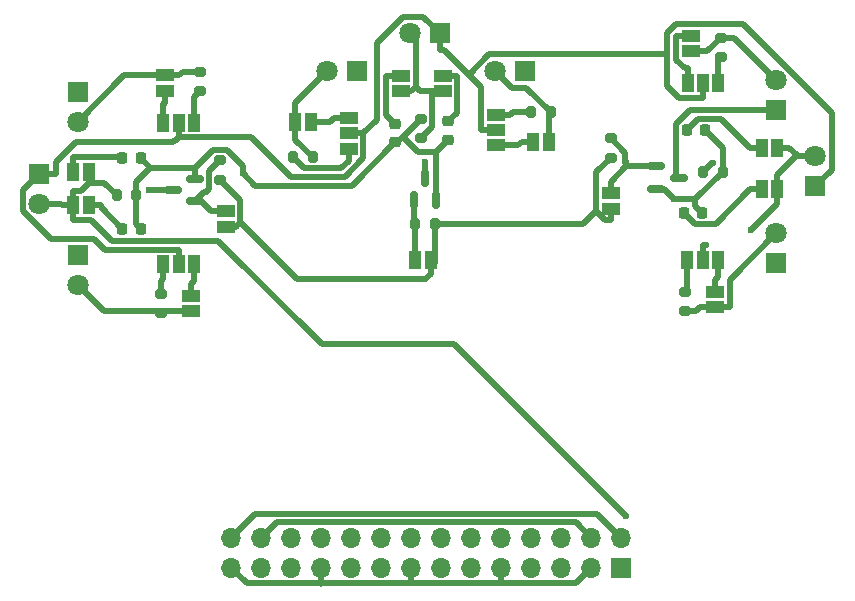
<source format=gbr>
%TF.GenerationSoftware,KiCad,Pcbnew,8.0.1*%
%TF.CreationDate,2024-03-24T19:01:41+02:00*%
%TF.ProjectId,PLLKAS005_EEE3088F,504c4c4b-4153-4303-9035-5f4545453330,V1.0*%
%TF.SameCoordinates,Original*%
%TF.FileFunction,Copper,L1,Top*%
%TF.FilePolarity,Positive*%
%FSLAX46Y46*%
G04 Gerber Fmt 4.6, Leading zero omitted, Abs format (unit mm)*
G04 Created by KiCad (PCBNEW 8.0.1) date 2024-03-24 19:01:41*
%MOMM*%
%LPD*%
G01*
G04 APERTURE LIST*
G04 Aperture macros list*
%AMRoundRect*
0 Rectangle with rounded corners*
0 $1 Rounding radius*
0 $2 $3 $4 $5 $6 $7 $8 $9 X,Y pos of 4 corners*
0 Add a 4 corners polygon primitive as box body*
4,1,4,$2,$3,$4,$5,$6,$7,$8,$9,$2,$3,0*
0 Add four circle primitives for the rounded corners*
1,1,$1+$1,$2,$3*
1,1,$1+$1,$4,$5*
1,1,$1+$1,$6,$7*
1,1,$1+$1,$8,$9*
0 Add four rect primitives between the rounded corners*
20,1,$1+$1,$2,$3,$4,$5,0*
20,1,$1+$1,$4,$5,$6,$7,0*
20,1,$1+$1,$6,$7,$8,$9,0*
20,1,$1+$1,$8,$9,$2,$3,0*%
G04 Aperture macros list end*
%TA.AperFunction,ComponentPad*%
%ADD10R,1.800000X1.800000*%
%TD*%
%TA.AperFunction,ComponentPad*%
%ADD11C,1.800000*%
%TD*%
%TA.AperFunction,SMDPad,CuDef*%
%ADD12RoundRect,0.225000X-0.225000X-0.250000X0.225000X-0.250000X0.225000X0.250000X-0.225000X0.250000X0*%
%TD*%
%TA.AperFunction,SMDPad,CuDef*%
%ADD13R,1.000000X1.500000*%
%TD*%
%TA.AperFunction,SMDPad,CuDef*%
%ADD14R,1.500000X1.000000*%
%TD*%
%TA.AperFunction,SMDPad,CuDef*%
%ADD15RoundRect,0.225000X-0.250000X0.225000X-0.250000X-0.225000X0.250000X-0.225000X0.250000X0.225000X0*%
%TD*%
%TA.AperFunction,SMDPad,CuDef*%
%ADD16RoundRect,0.200000X0.275000X-0.200000X0.275000X0.200000X-0.275000X0.200000X-0.275000X-0.200000X0*%
%TD*%
%TA.AperFunction,SMDPad,CuDef*%
%ADD17RoundRect,0.150000X-0.587500X-0.150000X0.587500X-0.150000X0.587500X0.150000X-0.587500X0.150000X0*%
%TD*%
%TA.AperFunction,SMDPad,CuDef*%
%ADD18RoundRect,0.150000X0.587500X0.150000X-0.587500X0.150000X-0.587500X-0.150000X0.587500X-0.150000X0*%
%TD*%
%TA.AperFunction,SMDPad,CuDef*%
%ADD19RoundRect,0.200000X-0.275000X0.200000X-0.275000X-0.200000X0.275000X-0.200000X0.275000X0.200000X0*%
%TD*%
%TA.AperFunction,SMDPad,CuDef*%
%ADD20RoundRect,0.200000X-0.200000X-0.275000X0.200000X-0.275000X0.200000X0.275000X-0.200000X0.275000X0*%
%TD*%
%TA.AperFunction,SMDPad,CuDef*%
%ADD21RoundRect,0.150000X0.150000X-0.587500X0.150000X0.587500X-0.150000X0.587500X-0.150000X-0.587500X0*%
%TD*%
%TA.AperFunction,SMDPad,CuDef*%
%ADD22RoundRect,0.200000X0.200000X0.275000X-0.200000X0.275000X-0.200000X-0.275000X0.200000X-0.275000X0*%
%TD*%
%TA.AperFunction,ComponentPad*%
%ADD23R,1.700000X1.700000*%
%TD*%
%TA.AperFunction,ComponentPad*%
%ADD24O,1.700000X1.700000*%
%TD*%
%TA.AperFunction,ViaPad*%
%ADD25C,0.600000*%
%TD*%
%TA.AperFunction,Conductor*%
%ADD26C,0.500000*%
%TD*%
G04 APERTURE END LIST*
D10*
%TO.P,D2,1,K*%
%TO.N,Net-(D1-K)*%
X120600000Y-107725000D03*
D11*
%TO.P,D2,2,A*%
%TO.N,Net-(D2-A)*%
X120600000Y-110265000D03*
%TD*%
D12*
%TO.P,C2,1*%
%TO.N,Net-(JP11-A)*%
X124350000Y-119350000D03*
%TO.P,C2,2*%
%TO.N,GND*%
X125900000Y-119350000D03*
%TD*%
D13*
%TO.P,JP5,1,A*%
%TO.N,Net-(D4-A)*%
X160450000Y-111962500D03*
%TO.P,JP5,2,B*%
%TO.N,Net-(JP3-4-A)*%
X159150000Y-111962500D03*
%TD*%
D12*
%TO.P,C1,1*%
%TO.N,Net-(JP10-A)*%
X124350000Y-113350000D03*
%TO.P,C1,2*%
%TO.N,GND*%
X125900000Y-113350000D03*
%TD*%
D13*
%TO.P,JP12,1,A*%
%TO.N,Net-(JP12-A)*%
X178500000Y-112500000D03*
%TO.P,JP12,2,B*%
%TO.N,PA4*%
X179800000Y-112500000D03*
%TD*%
D14*
%TO.P,JP2,1,A*%
%TO.N,Net-(D2-A)*%
X127925000Y-106350000D03*
%TO.P,JP2,2,B*%
%TO.N,Net-(JP2-B)*%
X127925000Y-107650000D03*
%TD*%
%TO.P,JP7,1,A*%
%TO.N,Net-(D5-A)*%
X174500000Y-126000000D03*
%TO.P,JP7,2,B*%
%TO.N,Net-(JP3-5-B)*%
X174500000Y-124700000D03*
%TD*%
D15*
%TO.P,C6,1*%
%TO.N,Net-(JP15-A)*%
X147450000Y-110475000D03*
%TO.P,C6,2*%
%TO.N,GND*%
X147450000Y-112025000D03*
%TD*%
D14*
%TO.P,JP15,1,A*%
%TO.N,Net-(JP15-A)*%
X147950000Y-106375000D03*
%TO.P,JP15,2,B*%
%TO.N,PA5*%
X147950000Y-107675000D03*
%TD*%
D13*
%TO.P,JP13,1,A*%
%TO.N,Net-(JP13-A)*%
X178500000Y-116000000D03*
%TO.P,JP13,2,B*%
%TO.N,PA4*%
X179800000Y-116000000D03*
%TD*%
D16*
%TO.P,R6,1*%
%TO.N,PA5*%
X149625000Y-111675000D03*
%TO.P,R6,2*%
%TO.N,GND*%
X149625000Y-110025000D03*
%TD*%
D17*
%TO.P,Q6,1,B*%
%TO.N,Net-(JP9-A)*%
X169562500Y-114050000D03*
%TO.P,Q6,2,E*%
%TO.N,GND*%
X169562500Y-115950000D03*
%TO.P,Q6,3,C*%
%TO.N,Net-(D5-K)*%
X171437500Y-115000000D03*
%TD*%
D16*
%TO.P,R10,1*%
%TO.N,PE13*%
X165675000Y-113325000D03*
%TO.P,R10,2*%
%TO.N,Net-(JP9-A)*%
X165675000Y-111675000D03*
%TD*%
D10*
%TO.P,Q1,1,C*%
%TO.N,BATT*%
X117325000Y-114725000D03*
D11*
%TO.P,Q1,2,E*%
%TO.N,PA3*%
X117325000Y-117265000D03*
%TD*%
D18*
%TO.P,Q2,1,B*%
%TO.N,Net-(JP3-A)*%
X130500000Y-117000000D03*
%TO.P,Q2,2,E*%
%TO.N,GND*%
X130500000Y-115100000D03*
%TO.P,Q2,3,C*%
%TO.N,Net-(D1-K)*%
X128625000Y-116050000D03*
%TD*%
D19*
%TO.P,R4,1*%
%TO.N,Net-(JP3-1-A)*%
X127625000Y-124825000D03*
%TO.P,R4,2*%
%TO.N,Net-(D1-A)*%
X127625000Y-126475000D03*
%TD*%
D14*
%TO.P,JP3,1,A*%
%TO.N,Net-(JP3-A)*%
X133125000Y-117850000D03*
%TO.P,JP3,2,B*%
%TO.N,PE13*%
X133125000Y-119150000D03*
%TD*%
D13*
%TO.P,JP3-5,1,A*%
%TO.N,Net-(JP3-5-A)*%
X172175000Y-122000000D03*
%TO.P,JP3-5,2,C*%
%TO.N,BATT*%
X173475000Y-122000000D03*
%TO.P,JP3-5,3,B*%
%TO.N,Net-(JP3-5-B)*%
X174775000Y-122000000D03*
%TD*%
D10*
%TO.P,D3,1,K*%
%TO.N,Net-(D3-K)*%
X144225000Y-105975000D03*
D11*
%TO.P,D3,2,A*%
%TO.N,Net-(D3-A)*%
X141685000Y-105975000D03*
%TD*%
D14*
%TO.P,JP3-3,1,A*%
%TO.N,Net-(JP3-3-A)*%
X143500000Y-112562500D03*
%TO.P,JP3-3,2,C*%
%TO.N,BATT*%
X143500000Y-111262500D03*
%TO.P,JP3-3,3,B*%
%TO.N,Net-(JP3-3-B)*%
X143500000Y-109962500D03*
%TD*%
D20*
%TO.P,R9,1*%
%TO.N,Net-(JP3-4-B)*%
X158950000Y-109462500D03*
%TO.P,R9,2*%
%TO.N,Net-(D4-A)*%
X160600000Y-109462500D03*
%TD*%
D13*
%TO.P,JP3-6,1,A*%
%TO.N,Net-(JP3-6-A)*%
X172200000Y-107000000D03*
%TO.P,JP3-6,2,C*%
%TO.N,BATT*%
X173500000Y-107000000D03*
%TO.P,JP3-6,3,B*%
%TO.N,Net-(JP3-6-B)*%
X174800000Y-107000000D03*
%TD*%
D10*
%TO.P,D4,1,K*%
%TO.N,Net-(D3-K)*%
X158460000Y-105975000D03*
D11*
%TO.P,D4,2,A*%
%TO.N,Net-(D4-A)*%
X155920000Y-105975000D03*
%TD*%
D10*
%TO.P,Q3,1,C*%
%TO.N,BATT*%
X183000000Y-115750000D03*
D11*
%TO.P,Q3,2,E*%
%TO.N,PA4*%
X183000000Y-113210000D03*
%TD*%
D13*
%TO.P,JP6,1,A*%
%TO.N,Net-(JP6-A)*%
X149150000Y-121962500D03*
%TO.P,JP6,2,B*%
%TO.N,PE13*%
X150450000Y-121962500D03*
%TD*%
D14*
%TO.P,JP3-4,1,A*%
%TO.N,Net-(JP3-4-A)*%
X155950000Y-112262500D03*
%TO.P,JP3-4,2,C*%
%TO.N,BATT*%
X155950000Y-110962500D03*
%TO.P,JP3-4,3,B*%
%TO.N,Net-(JP3-4-B)*%
X155950000Y-109662500D03*
%TD*%
D12*
%TO.P,C4,1*%
%TO.N,Net-(JP13-A)*%
X171900000Y-118000000D03*
%TO.P,C4,2*%
%TO.N,GND*%
X173450000Y-118000000D03*
%TD*%
D13*
%TO.P,JP10,1,A*%
%TO.N,Net-(JP10-A)*%
X120200000Y-114500000D03*
%TO.P,JP10,2,B*%
%TO.N,PA3*%
X121500000Y-114500000D03*
%TD*%
D12*
%TO.P,C3,1*%
%TO.N,Net-(JP12-A)*%
X172125000Y-111000000D03*
%TO.P,C3,2*%
%TO.N,GND*%
X173675000Y-111000000D03*
%TD*%
D21*
%TO.P,Q5,1,B*%
%TO.N,Net-(JP6-A)*%
X149000000Y-116900000D03*
%TO.P,Q5,2,E*%
%TO.N,GND*%
X150900000Y-116900000D03*
%TO.P,Q5,3,C*%
%TO.N,Net-(D3-K)*%
X149950000Y-115025000D03*
%TD*%
D19*
%TO.P,R11,1*%
%TO.N,Net-(JP3-5-A)*%
X172000000Y-124675000D03*
%TO.P,R11,2*%
%TO.N,Net-(D5-A)*%
X172000000Y-126325000D03*
%TD*%
D16*
%TO.P,R12,1*%
%TO.N,Net-(JP3-6-B)*%
X175000000Y-104825000D03*
%TO.P,R12,2*%
%TO.N,Net-(D6-A)*%
X175000000Y-103175000D03*
%TD*%
D13*
%TO.P,JP4,1,A*%
%TO.N,Net-(D3-A)*%
X139000000Y-110262500D03*
%TO.P,JP4,2,B*%
%TO.N,Net-(JP3-3-B)*%
X140300000Y-110262500D03*
%TD*%
D15*
%TO.P,C5,1*%
%TO.N,Net-(JP14-A)*%
X151950000Y-110250000D03*
%TO.P,C5,2*%
%TO.N,GND*%
X151950000Y-111800000D03*
%TD*%
D10*
%TO.P,Q4,1,C*%
%TO.N,BATT*%
X151200000Y-102787500D03*
D11*
%TO.P,Q4,2,E*%
%TO.N,PA5*%
X148660000Y-102787500D03*
%TD*%
D10*
%TO.P,D6,1,K*%
%TO.N,Net-(D5-K)*%
X179700000Y-109275000D03*
D11*
%TO.P,D6,2,A*%
%TO.N,Net-(D6-A)*%
X179700000Y-106735000D03*
%TD*%
D20*
%TO.P,R5,1*%
%TO.N,PA4*%
X173525000Y-114500000D03*
%TO.P,R5,2*%
%TO.N,GND*%
X175175000Y-114500000D03*
%TD*%
D13*
%TO.P,JP11,1,A*%
%TO.N,Net-(JP11-A)*%
X121500000Y-117350000D03*
%TO.P,JP11,2,B*%
%TO.N,PA3*%
X120200000Y-117350000D03*
%TD*%
D10*
%TO.P,D1,1,K*%
%TO.N,Net-(D1-K)*%
X120600000Y-121575000D03*
D11*
%TO.P,D1,2,A*%
%TO.N,Net-(D1-A)*%
X120600000Y-124115000D03*
%TD*%
D10*
%TO.P,D5,1,K*%
%TO.N,Net-(D5-K)*%
X179700000Y-122275000D03*
D11*
%TO.P,D5,2,A*%
%TO.N,Net-(D5-A)*%
X179700000Y-119735000D03*
%TD*%
D13*
%TO.P,JP3-2,1,A*%
%TO.N,Net-(JP2-B)*%
X127825000Y-110350000D03*
%TO.P,JP3-2,2,C*%
%TO.N,BATT*%
X129125000Y-110350000D03*
%TO.P,JP3-2,3,B*%
%TO.N,Net-(JP3-2-B)*%
X130425000Y-110350000D03*
%TD*%
D20*
%TO.P,R1,1*%
%TO.N,PA3*%
X123850000Y-116500000D03*
%TO.P,R1,2*%
%TO.N,GND*%
X125500000Y-116500000D03*
%TD*%
D13*
%TO.P,JP3-1,1,A*%
%TO.N,Net-(JP3-1-A)*%
X127825000Y-122350000D03*
%TO.P,JP3-1,2,C*%
%TO.N,BATT*%
X129125000Y-122350000D03*
%TO.P,JP3-1,3,B*%
%TO.N,Net-(JP1-B)*%
X130425000Y-122350000D03*
%TD*%
D14*
%TO.P,JP9,1,A*%
%TO.N,Net-(JP9-A)*%
X165675000Y-116350000D03*
%TO.P,JP9,2,B*%
%TO.N,PE13*%
X165675000Y-117650000D03*
%TD*%
%TO.P,JP8,1,A*%
%TO.N,Net-(D6-A)*%
X172500000Y-104300000D03*
%TO.P,JP8,2,B*%
%TO.N,Net-(JP3-6-A)*%
X172500000Y-103000000D03*
%TD*%
%TO.P,JP1,1,A*%
%TO.N,Net-(D1-A)*%
X130125000Y-126325000D03*
%TO.P,JP1,2,B*%
%TO.N,Net-(JP1-B)*%
X130125000Y-125025000D03*
%TD*%
D22*
%TO.P,R7,1*%
%TO.N,PE13*%
X150775000Y-118962500D03*
%TO.P,R7,2*%
%TO.N,Net-(JP6-A)*%
X149125000Y-118962500D03*
%TD*%
D14*
%TO.P,JP14,1,A*%
%TO.N,Net-(JP14-A)*%
X151450000Y-106375000D03*
%TO.P,JP14,2,B*%
%TO.N,PA5*%
X151450000Y-107675000D03*
%TD*%
D16*
%TO.P,R3,1*%
%TO.N,Net-(JP3-2-B)*%
X130925000Y-107675000D03*
%TO.P,R3,2*%
%TO.N,Net-(D2-A)*%
X130925000Y-106025000D03*
%TD*%
%TO.P,R2,1*%
%TO.N,PE13*%
X132625000Y-115175000D03*
%TO.P,R2,2*%
%TO.N,Net-(JP3-A)*%
X132625000Y-113525000D03*
%TD*%
D20*
%TO.P,R8,1*%
%TO.N,Net-(JP3-3-A)*%
X138800000Y-113262500D03*
%TO.P,R8,2*%
%TO.N,Net-(D3-A)*%
X140450000Y-113262500D03*
%TD*%
D23*
%TO.P,J1,1,Pin_1*%
%TO.N,RESV3*%
X166580000Y-148040000D03*
D24*
%TO.P,J1,2,Pin_2*%
%TO.N,3V3*%
X166580000Y-145500000D03*
%TO.P,J1,3,Pin_3*%
%TO.N,GND*%
X164040000Y-148040000D03*
%TO.P,J1,4,Pin_4*%
%TO.N,BATT*%
X164040000Y-145500000D03*
%TO.P,J1,5,Pin_5*%
%TO.N,PA3*%
X161500000Y-148040000D03*
%TO.P,J1,6,Pin_6*%
%TO.N,RESV2*%
X161500000Y-145500000D03*
%TO.P,J1,7,Pin_7*%
%TO.N,PA4*%
X158960000Y-148040000D03*
%TO.P,J1,8,Pin_8*%
%TO.N,PE15*%
X158960000Y-145500000D03*
%TO.P,J1,9,Pin_9*%
%TO.N,GND*%
X156420000Y-148040000D03*
%TO.P,J1,10,Pin_10*%
%TO.N,PE14*%
X156420000Y-145500000D03*
%TO.P,J1,11,Pin_11*%
%TO.N,PA5*%
X153880000Y-148040000D03*
%TO.P,J1,12,Pin_12*%
%TO.N,PE13*%
X153880000Y-145500000D03*
%TO.P,J1,13,Pin_13*%
%TO.N,PA6*%
X151340000Y-148040000D03*
%TO.P,J1,14,Pin_14*%
%TO.N,PE12*%
X151340000Y-145500000D03*
%TO.P,J1,15,Pin_15*%
%TO.N,GND*%
X148800000Y-148040000D03*
%TO.P,J1,16,Pin_16*%
%TO.N,PE11*%
X148800000Y-145500000D03*
%TO.P,J1,17,Pin_17*%
%TO.N,PA7*%
X146260000Y-148040000D03*
%TO.P,J1,18,Pin_18*%
%TO.N,PE10*%
X146260000Y-145500000D03*
%TO.P,J1,19,Pin_19*%
%TO.N,PC4*%
X143720000Y-148040000D03*
%TO.P,J1,20,Pin_20*%
%TO.N,PE9*%
X143720000Y-145500000D03*
%TO.P,J1,21,Pin_21*%
%TO.N,GND*%
X141180000Y-148040000D03*
%TO.P,J1,22,Pin_22*%
%TO.N,PE8*%
X141180000Y-145500000D03*
%TO.P,J1,23,Pin_23*%
%TO.N,PC5*%
X138640000Y-148040000D03*
%TO.P,J1,24,Pin_24*%
%TO.N,RESV1*%
X138640000Y-145500000D03*
%TO.P,J1,25,Pin_25*%
%TO.N,AB0*%
X136100000Y-148040000D03*
%TO.P,J1,26,Pin_26*%
%TO.N,BATT*%
X136100000Y-145500000D03*
%TO.P,J1,27,Pin_27*%
%TO.N,GND*%
X133560000Y-148040000D03*
%TO.P,J1,28,Pin_28*%
%TO.N,3V3*%
X133560000Y-145500000D03*
%TD*%
D25*
%TO.N,GND*%
X134554300Y-114654200D03*
X171075000Y-116814600D03*
%TO.N,Net-(D1-K)*%
X126609200Y-116050000D03*
%TO.N,Net-(D3-K)*%
X149950000Y-113717100D03*
%TO.N,PE13*%
X150000400Y-123620900D03*
%TO.N,PA4*%
X177536200Y-119452200D03*
X174322500Y-113737000D03*
%TO.N,PA3*%
X167018000Y-143688100D03*
%TO.N,BATT*%
X173763600Y-120723900D03*
%TO.N,Net-(JP3-A)*%
X131412600Y-116248100D03*
%TO.N,Net-(JP6-A)*%
X149125000Y-119970400D03*
%TO.N,Net-(JP9-A)*%
X166931800Y-113573600D03*
%TD*%
D26*
%TO.N,GND*%
X156420000Y-149365100D02*
X148800000Y-149365100D01*
X162714900Y-149365100D02*
X156420000Y-149365100D01*
X172860400Y-117410400D02*
X173450000Y-118000000D01*
X150900000Y-116900000D02*
X150900000Y-112850000D01*
X147450000Y-112025000D02*
X147625000Y-112025000D01*
X175175000Y-114500000D02*
X172860400Y-116814600D01*
X141180000Y-149365100D02*
X134885100Y-149365100D01*
X135594400Y-115694300D02*
X143780700Y-115694300D01*
X169562500Y-115950000D02*
X170210400Y-115950000D01*
X170210400Y-115950000D02*
X171075000Y-116814600D01*
X130500000Y-115100000D02*
X130500000Y-114154600D01*
X125500000Y-115359200D02*
X126704600Y-114154600D01*
X141180000Y-149365100D02*
X141180000Y-149390000D01*
X130500000Y-114154600D02*
X131998100Y-112656500D01*
X172860400Y-116814600D02*
X171075000Y-116814600D01*
X141204900Y-149365100D02*
X141180000Y-149390000D01*
X149368700Y-112850000D02*
X148084400Y-111565600D01*
X148800000Y-149365100D02*
X141204900Y-149365100D01*
X125900000Y-119350000D02*
X125500000Y-118950000D01*
X134885100Y-149365100D02*
X133560000Y-148040000D01*
X133162500Y-112656500D02*
X134554300Y-114048300D01*
X134554300Y-114654200D02*
X135594400Y-115694300D01*
X148084400Y-111565600D02*
X149625000Y-110025000D01*
X125500000Y-118950000D02*
X125500000Y-116500000D01*
X173675000Y-111000000D02*
X175175000Y-112500000D01*
X131998100Y-112656500D02*
X133162500Y-112656500D01*
X150900000Y-112850000D02*
X149368700Y-112850000D01*
X172860400Y-116814600D02*
X172860400Y-117410400D01*
X125500000Y-116500000D02*
X125500000Y-115359200D01*
X141180000Y-148040000D02*
X141180000Y-149365100D01*
X134554300Y-114048300D02*
X134554300Y-114654200D01*
X147625000Y-112025000D02*
X148084400Y-111565600D01*
X143780700Y-115694300D02*
X147450000Y-112025000D01*
X126704600Y-114154600D02*
X125900000Y-113350000D01*
X148800000Y-148040000D02*
X148800000Y-149365100D01*
X156420000Y-148040000D02*
X156420000Y-149365100D01*
X150900000Y-112850000D02*
X151950000Y-111800000D01*
X130500000Y-114154600D02*
X126704600Y-114154600D01*
X164040000Y-148040000D02*
X162714900Y-149365100D01*
X175175000Y-112500000D02*
X175175000Y-114500000D01*
%TO.N,Net-(JP10-A)*%
X124250000Y-113250000D02*
X124350000Y-113350000D01*
X120200000Y-113250000D02*
X124250000Y-113250000D01*
X120200000Y-114500000D02*
X120200000Y-113250000D01*
%TO.N,Net-(JP11-A)*%
X121500000Y-117350000D02*
X122500000Y-117350000D01*
X122500000Y-117500000D02*
X124350000Y-119350000D01*
X122500000Y-117350000D02*
X122500000Y-117500000D01*
%TO.N,Net-(JP12-A)*%
X178500000Y-112500000D02*
X177500000Y-112500000D01*
X175020400Y-110020400D02*
X177500000Y-112500000D01*
X173104600Y-110020400D02*
X175020400Y-110020400D01*
X172125000Y-111000000D02*
X173104600Y-110020400D01*
%TO.N,Net-(JP13-A)*%
X171900000Y-118000000D02*
X172827600Y-118927600D01*
X172827600Y-118927600D02*
X174572400Y-118927600D01*
X178500000Y-116000000D02*
X177500000Y-116000000D01*
X174572400Y-118927600D02*
X177500000Y-116000000D01*
%TO.N,Net-(JP14-A)*%
X151450000Y-106375000D02*
X152700000Y-106375000D01*
X152700000Y-106375000D02*
X152700000Y-109500000D01*
X152700000Y-109500000D02*
X151950000Y-110250000D01*
%TO.N,Net-(JP15-A)*%
X146700000Y-109725000D02*
X147450000Y-110475000D01*
X147950000Y-106375000D02*
X146700000Y-106375000D01*
X146700000Y-106375000D02*
X146700000Y-109725000D01*
%TO.N,Net-(D1-A)*%
X120600000Y-124115000D02*
X122810000Y-126325000D01*
X127625000Y-126325000D02*
X127625000Y-126475000D01*
X130125000Y-126325000D02*
X128875000Y-126325000D01*
X127625000Y-126325000D02*
X128875000Y-126325000D01*
X122810000Y-126325000D02*
X127625000Y-126325000D01*
%TO.N,Net-(D1-K)*%
X126609200Y-116050000D02*
X128625000Y-116050000D01*
%TO.N,Net-(D2-A)*%
X128550000Y-106350000D02*
X129175000Y-106350000D01*
X130925000Y-106025000D02*
X129500000Y-106025000D01*
X129500000Y-106025000D02*
X129175000Y-106350000D01*
X124515000Y-106350000D02*
X120600000Y-110265000D01*
X127925000Y-106350000D02*
X124515000Y-106350000D01*
X128550000Y-106350000D02*
X127925000Y-106350000D01*
%TO.N,Net-(D3-A)*%
X139000000Y-108660000D02*
X139000000Y-110262500D01*
X139000000Y-111812500D02*
X140450000Y-113262500D01*
X141685000Y-105975000D02*
X139000000Y-108660000D01*
X139000000Y-110262500D02*
X139000000Y-111812500D01*
%TO.N,Net-(D3-K)*%
X149950000Y-115025000D02*
X149950000Y-113717100D01*
%TO.N,Net-(D4-A)*%
X160450000Y-109612500D02*
X160600000Y-109462500D01*
X160600000Y-109462500D02*
X158532000Y-107394500D01*
X157339500Y-107394500D02*
X155920000Y-105975000D01*
X160450000Y-111962500D02*
X160450000Y-109612500D01*
X158532000Y-107394500D02*
X157339500Y-107394500D01*
%TO.N,Net-(D5-K)*%
X171180000Y-110494000D02*
X171180000Y-114742500D01*
X171180000Y-114742500D02*
X171437500Y-115000000D01*
X172399000Y-109275000D02*
X171180000Y-110494000D01*
X179700000Y-109275000D02*
X172399000Y-109275000D01*
%TO.N,Net-(D5-A)*%
X172000000Y-126325000D02*
X172925000Y-126325000D01*
X175750000Y-126000000D02*
X175750000Y-123685000D01*
X173875000Y-126000000D02*
X173250000Y-126000000D01*
X175750000Y-123685000D02*
X179700000Y-119735000D01*
X172925000Y-126325000D02*
X173250000Y-126000000D01*
X173875000Y-126000000D02*
X174500000Y-126000000D01*
X174500000Y-126000000D02*
X175750000Y-126000000D01*
%TO.N,Net-(D6-A)*%
X179700000Y-106735000D02*
X176140000Y-103175000D01*
X172500000Y-104300000D02*
X173875000Y-104300000D01*
X176140000Y-103175000D02*
X175000000Y-103175000D01*
X173875000Y-104300000D02*
X175000000Y-103175000D01*
%TO.N,3V3*%
X164563300Y-143483300D02*
X166580000Y-145500000D01*
X133560000Y-145500000D02*
X135576700Y-143483300D01*
X135576700Y-143483300D02*
X164563300Y-143483300D01*
%TO.N,PE13*%
X165204200Y-118625600D02*
X165675000Y-118625600D01*
X150775000Y-118962500D02*
X163315100Y-118962500D01*
X150450000Y-123171300D02*
X150000400Y-123620900D01*
X163315100Y-118962500D02*
X164428100Y-117849500D01*
X150775000Y-122262500D02*
X150775000Y-118962500D01*
X133125000Y-119150000D02*
X133980500Y-119150000D01*
X165675000Y-113325000D02*
X164428100Y-114571900D01*
X139151000Y-123620900D02*
X134330300Y-118800200D01*
X134330300Y-116880300D02*
X134330300Y-118800200D01*
X150000400Y-123620900D02*
X139151000Y-123620900D01*
X150450000Y-122587500D02*
X150775000Y-122262500D01*
X132625000Y-115175000D02*
X134330300Y-116880300D01*
X150450000Y-122587500D02*
X150450000Y-123171300D01*
X164428100Y-117849500D02*
X165204200Y-118625600D01*
X150450000Y-121962500D02*
X150450000Y-122587500D01*
X133980500Y-119150000D02*
X134330300Y-118800200D01*
X165675000Y-117650000D02*
X165675000Y-118625600D01*
X164428100Y-114571900D02*
X164428100Y-117849500D01*
%TO.N,PA4*%
X179738400Y-117250000D02*
X179800000Y-117250000D01*
X181425000Y-113125000D02*
X180800000Y-112500000D01*
X173525000Y-114500000D02*
X174288000Y-113737000D01*
X179800000Y-114750000D02*
X181425000Y-113125000D01*
X179800000Y-116000000D02*
X179800000Y-114750000D01*
X179800000Y-112500000D02*
X180800000Y-112500000D01*
X174288000Y-113737000D02*
X174322500Y-113737000D01*
X177536200Y-119452200D02*
X179738400Y-117250000D01*
X179800000Y-116000000D02*
X179800000Y-117250000D01*
X183000000Y-113210000D02*
X181510000Y-113210000D01*
X181510000Y-113210000D02*
X181425000Y-113125000D01*
%TO.N,PA3*%
X120200000Y-117350000D02*
X120200000Y-116100000D01*
X141260700Y-129132900D02*
X132465700Y-120337900D01*
X119115000Y-117265000D02*
X119200000Y-117350000D01*
X120200000Y-117350000D02*
X119200000Y-117350000D01*
X121500000Y-114500000D02*
X121500000Y-115425000D01*
X122775000Y-115425000D02*
X121500000Y-115425000D01*
X167018000Y-143688100D02*
X152462800Y-129132900D01*
X117325000Y-117265000D02*
X119115000Y-117265000D01*
X121711000Y-118600000D02*
X120200000Y-118600000D01*
X123448900Y-120337900D02*
X121711000Y-118600000D01*
X120200000Y-117350000D02*
X120200000Y-118600000D01*
X132465700Y-120337900D02*
X123448900Y-120337900D01*
X120825000Y-116100000D02*
X120200000Y-116100000D01*
X121500000Y-115425000D02*
X120825000Y-116100000D01*
X123850000Y-116500000D02*
X122775000Y-115425000D01*
X152462800Y-129132900D02*
X141260700Y-129132900D01*
%TO.N,BATT*%
X173737500Y-120750000D02*
X173763600Y-120723900D01*
X129125000Y-122350000D02*
X129125000Y-121100000D01*
X138588100Y-114931500D02*
X135256600Y-111600000D01*
X115958600Y-117846700D02*
X115958600Y-116091400D01*
X170496000Y-102734000D02*
X170496000Y-104579300D01*
X162725400Y-144185400D02*
X164040000Y-145500000D01*
X184406200Y-114343800D02*
X184406200Y-109526400D01*
X128673700Y-111932200D02*
X128651100Y-111954800D01*
X144750000Y-113361900D02*
X143180400Y-114931500D01*
X125566800Y-111956300D02*
X120443700Y-111956300D01*
X154700000Y-107302800D02*
X153688100Y-106290900D01*
X121945500Y-120170800D02*
X118282700Y-120170800D01*
X145890000Y-103630100D02*
X145890000Y-110122500D01*
X155399700Y-104579300D02*
X153688100Y-106290900D01*
X122874700Y-121100000D02*
X121945500Y-120170800D01*
X117325000Y-114725000D02*
X118725000Y-114725000D01*
X144750000Y-111262500D02*
X144750000Y-113361900D01*
X135256600Y-111600000D02*
X129125000Y-111600000D01*
X173475000Y-120750000D02*
X173737500Y-120750000D01*
X128651100Y-111954800D02*
X125568300Y-111954800D01*
X128792800Y-111932200D02*
X128673700Y-111932200D01*
X115958600Y-116091400D02*
X117325000Y-114725000D01*
X171481800Y-108250000D02*
X173500000Y-108250000D01*
X173475000Y-122000000D02*
X173475000Y-120750000D01*
X183000000Y-115750000D02*
X184406200Y-114343800D01*
X171237300Y-101992700D02*
X170496000Y-102734000D01*
X154700000Y-110962500D02*
X154700000Y-107302800D01*
X120443700Y-111956300D02*
X118725000Y-113675000D01*
X149831100Y-101418600D02*
X148101500Y-101418600D01*
X125568300Y-111954800D02*
X125566800Y-111956300D01*
X129125000Y-110350000D02*
X129125000Y-111600000D01*
X118725000Y-113675000D02*
X118725000Y-114725000D01*
X170496000Y-104579300D02*
X155399700Y-104579300D01*
X151584700Y-104187500D02*
X151200000Y-104187500D01*
X151200000Y-102787500D02*
X149831100Y-101418600D01*
X118282700Y-120170800D02*
X115958600Y-117846700D01*
X136100000Y-145500000D02*
X137414600Y-144185400D01*
X129125000Y-121100000D02*
X122874700Y-121100000D01*
X129125000Y-111600000D02*
X128792800Y-111932200D01*
X173500000Y-107000000D02*
X173500000Y-108250000D01*
X170496000Y-104579300D02*
X170496000Y-107264200D01*
X145890000Y-110122500D02*
X144750000Y-111262500D01*
X155950000Y-110962500D02*
X154700000Y-110962500D01*
X143500000Y-111262500D02*
X144750000Y-111262500D01*
X176872500Y-101992700D02*
X171237300Y-101992700D01*
X143180400Y-114931500D02*
X138588100Y-114931500D01*
X184406200Y-109526400D02*
X176872500Y-101992700D01*
X148101500Y-101418600D02*
X145890000Y-103630100D01*
X153688100Y-106290900D02*
X151584700Y-104187500D01*
X151200000Y-102787500D02*
X151200000Y-104187500D01*
X137414600Y-144185400D02*
X162725400Y-144185400D01*
X170496000Y-107264200D02*
X171481800Y-108250000D01*
%TO.N,PA5*%
X149172000Y-107325000D02*
X148822000Y-107675000D01*
X148660000Y-102787500D02*
X149172000Y-103299500D01*
X150568000Y-110732000D02*
X150568000Y-107675000D01*
X151450000Y-107675000D02*
X150568000Y-107675000D01*
X149172000Y-103299500D02*
X149172000Y-107325000D01*
X148822000Y-107675000D02*
X147950000Y-107675000D01*
X149625000Y-111675000D02*
X150568000Y-110732000D01*
X150568000Y-107675000D02*
X149522000Y-107675000D01*
X149522000Y-107675000D02*
X149172000Y-107325000D01*
%TO.N,Net-(JP1-B)*%
X130425000Y-123725000D02*
X130425000Y-122350000D01*
X130125000Y-124025000D02*
X130425000Y-123725000D01*
X130125000Y-125025000D02*
X130125000Y-124025000D01*
%TO.N,Net-(JP2-B)*%
X127925000Y-107650000D02*
X127925000Y-108650000D01*
X127825000Y-110350000D02*
X127825000Y-108750000D01*
X127825000Y-108750000D02*
X127925000Y-108650000D01*
%TO.N,Net-(JP3-A)*%
X130500000Y-117000000D02*
X131025000Y-117000000D01*
X131412600Y-116248100D02*
X131251900Y-116248100D01*
X131693500Y-114456500D02*
X132625000Y-113525000D01*
X133125000Y-117850000D02*
X131875000Y-117850000D01*
X131693500Y-115967200D02*
X131693500Y-114456500D01*
X131251900Y-116248100D02*
X130500000Y-117000000D01*
X131025000Y-117000000D02*
X131875000Y-117850000D01*
X131412600Y-116248100D02*
X131693500Y-115967200D01*
%TO.N,Net-(JP3-1-A)*%
X127825000Y-123600000D02*
X127625000Y-123800000D01*
X127625000Y-123800000D02*
X127625000Y-124825000D01*
X127825000Y-122350000D02*
X127825000Y-123600000D01*
%TO.N,Net-(JP3-2-B)*%
X130425000Y-108175000D02*
X130425000Y-110350000D01*
X130925000Y-107675000D02*
X130425000Y-108175000D01*
%TO.N,Net-(JP3-3-A)*%
X139747400Y-114209900D02*
X142852600Y-114209900D01*
X138800000Y-113262500D02*
X139747400Y-114209900D01*
X142852600Y-114209900D02*
X143500000Y-113562500D01*
X143500000Y-112562500D02*
X143500000Y-113562500D01*
%TO.N,Net-(JP3-3-B)*%
X143500000Y-109962500D02*
X142250000Y-109962500D01*
X140300000Y-110262500D02*
X141950000Y-110262500D01*
X141950000Y-110262500D02*
X142250000Y-109962500D01*
%TO.N,Net-(JP3-4-B)*%
X155950000Y-109662500D02*
X157200000Y-109662500D01*
X157400000Y-109462500D02*
X157200000Y-109662500D01*
X158950000Y-109462500D02*
X157400000Y-109462500D01*
%TO.N,Net-(JP3-4-A)*%
X157850000Y-112262500D02*
X158150000Y-111962500D01*
X159150000Y-111962500D02*
X158150000Y-111962500D01*
X155950000Y-112262500D02*
X157850000Y-112262500D01*
%TO.N,Net-(JP3-5-A)*%
X172000000Y-124675000D02*
X172175000Y-124500000D01*
X172175000Y-124500000D02*
X172175000Y-122000000D01*
%TO.N,Net-(JP3-5-B)*%
X174500000Y-124700000D02*
X174500000Y-123700000D01*
X174775000Y-123425000D02*
X174500000Y-123700000D01*
X174775000Y-122000000D02*
X174775000Y-123425000D01*
%TO.N,Net-(JP3-6-A)*%
X172200000Y-107000000D02*
X172200000Y-105750000D01*
X171250000Y-103000000D02*
X171250000Y-105037600D01*
X171250000Y-105037600D02*
X171962400Y-105750000D01*
X172500000Y-103000000D02*
X171250000Y-103000000D01*
X171962400Y-105750000D02*
X172200000Y-105750000D01*
%TO.N,Net-(JP3-6-B)*%
X174800000Y-107000000D02*
X174800000Y-105025000D01*
X174800000Y-105025000D02*
X175000000Y-104825000D01*
%TO.N,Net-(JP6-A)*%
X149125000Y-118962500D02*
X149000000Y-118837500D01*
X149125000Y-119970400D02*
X149125000Y-118962500D01*
X149000000Y-118837500D02*
X149000000Y-116900000D01*
X149150000Y-119995400D02*
X149125000Y-119970400D01*
X149150000Y-120712500D02*
X149150000Y-119995400D01*
X149150000Y-121962500D02*
X149150000Y-120712500D01*
%TO.N,Net-(JP9-A)*%
X166975000Y-114050000D02*
X166975000Y-113616800D01*
X166931800Y-112931800D02*
X165675000Y-111675000D01*
X166975000Y-113616800D02*
X166931800Y-113573600D01*
X165675000Y-116350000D02*
X165675000Y-115350000D01*
X166931800Y-113573600D02*
X166931800Y-112931800D01*
X169562500Y-114050000D02*
X166975000Y-114050000D01*
X166975000Y-114050000D02*
X165675000Y-115350000D01*
%TD*%
M02*

</source>
